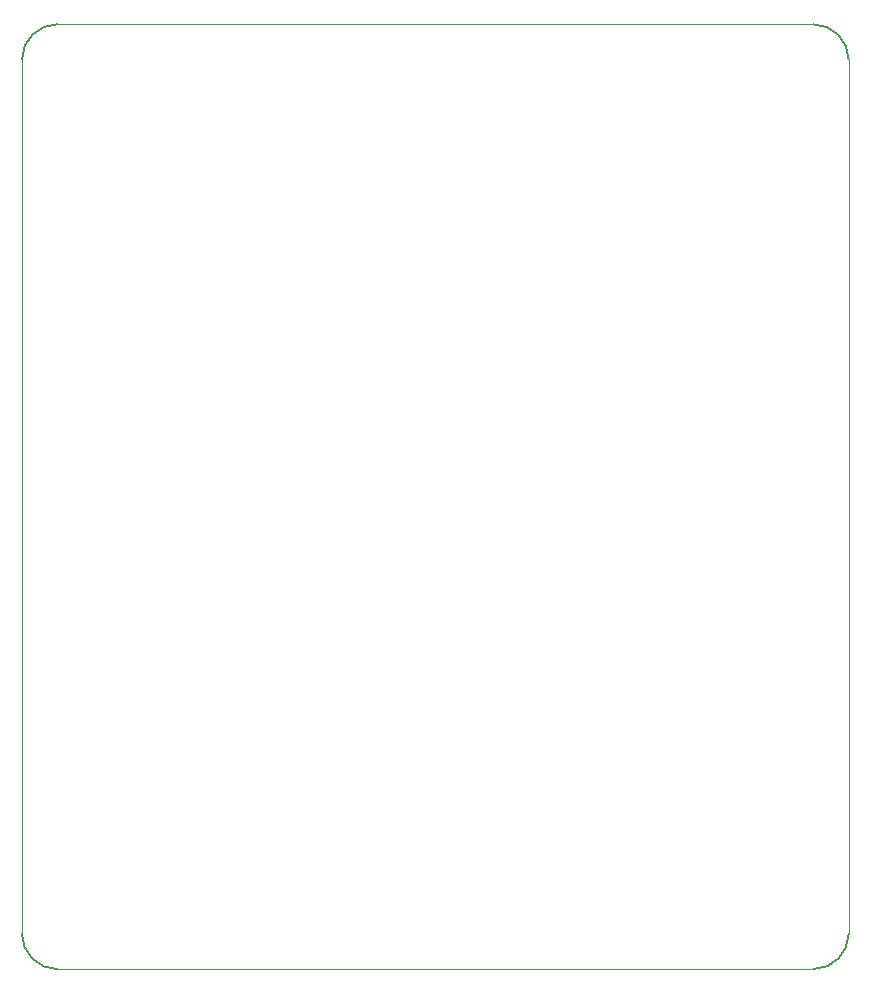
<source format=gbr>
%TF.GenerationSoftware,KiCad,Pcbnew,(6.0.2)*%
%TF.CreationDate,2022-03-05T19:05:13-05:00*%
%TF.ProjectId,LED Driver Prototype V2,4c454420-4472-4697-9665-722050726f74,rev?*%
%TF.SameCoordinates,PX66ff300PY81b3200*%
%TF.FileFunction,Profile,NP*%
%FSLAX46Y46*%
G04 Gerber Fmt 4.6, Leading zero omitted, Abs format (unit mm)*
G04 Created by KiCad (PCBNEW (6.0.2)) date 2022-03-05 19:05:13*
%MOMM*%
%LPD*%
G01*
G04 APERTURE LIST*
%TA.AperFunction,Profile*%
%ADD10C,0.100000*%
%TD*%
%TA.AperFunction,Profile*%
%ADD11C,0.200000*%
%TD*%
G04 APERTURE END LIST*
D10*
X0Y77000000D02*
X0Y3000000D01*
D11*
X70000000Y77000000D02*
G75*
G03*
X67000000Y80000000I-3000001J-1D01*
G01*
X0Y3000000D02*
G75*
G03*
X3000000Y0I3000001J1D01*
G01*
X67000000Y0D02*
G75*
G03*
X70000000Y3000000I-1J3000001D01*
G01*
X3000000Y80000000D02*
G75*
G03*
X0Y77000000I1J-3000001D01*
G01*
D10*
X70000000Y3000000D02*
X70000000Y77000000D01*
X3000000Y0D02*
X67000000Y0D01*
X67000000Y80000000D02*
X3000000Y80000000D01*
M02*

</source>
